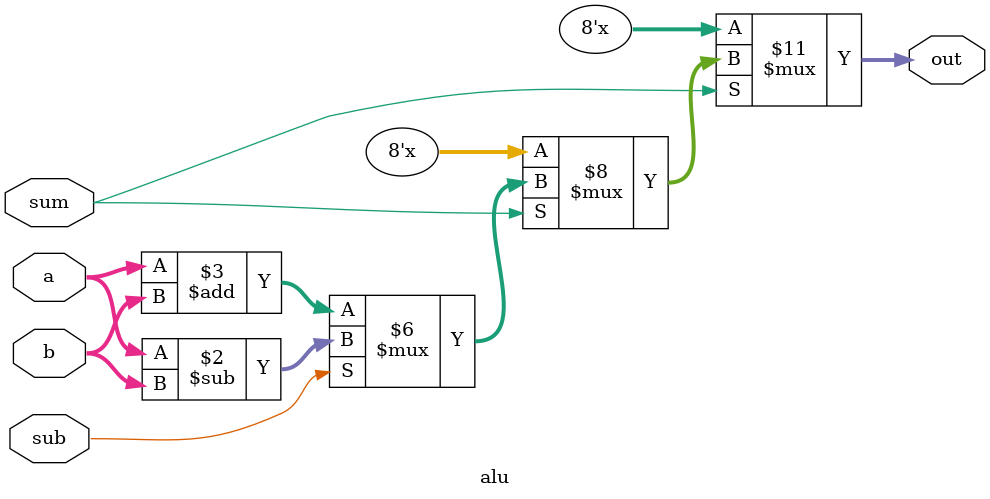
<source format=sv>
module alu #(
    parameter WIDTH = 8
) (
    input wire sum, sub,
    input logic [WIDTH-1:0] a, b,
    output logic [WIDTH-1:0] out
);

always_comb begin : behaviour
    if (sum) begin
        if (sub) begin
            out = a - b;
        end else begin
            out = a + b;
        end
    end
end

// Dump waves
// initial begin
//     $dumpfile("alu.vcd");
//     $dumpvars(1, alu);
// end
    
endmodule
</source>
